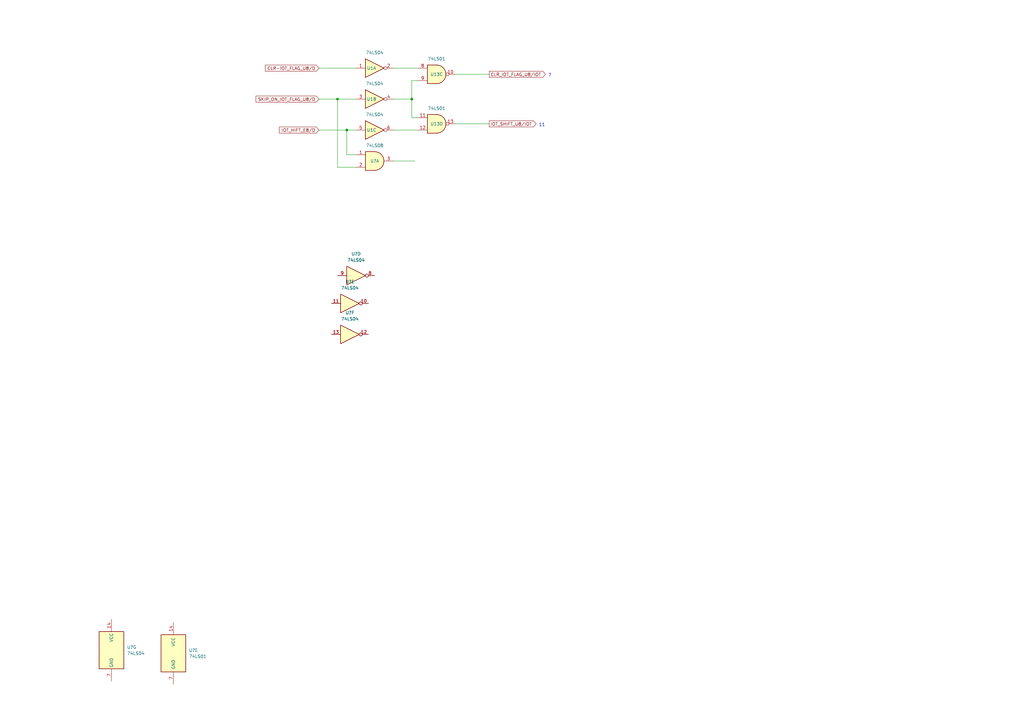
<source format=kicad_sch>
(kicad_sch (version 20211123) (generator eeschema)
  (paper "A3")
  (title_block (title "EDUC8ME _Buffer") (date "2022-10-02") (rev "1") (company "Small World Communications"))
  (lib_symbols
    (symbol "74xx:74LS01" (pin_names (offset 1.016))
      (property "Reference" "U" (at 0 1.27 0))
      (property "Value" "74LS01" (at 0 -1.27 0))
      (symbol "74LS01_1_1"
        (arc (start 0 -3.81) (mid 3.81 0) (end 0 3.81) (stroke (width 0.254)) (fill (type background)))
        (polyline (pts (xy 0 3.81) (xy -3.81 3.81) (xy -3.81 -3.81) (xy 0 -3.81)) (stroke (width 0.254)) (fill (type background)))
        (pin open_collector inverted (at 7.62 0 180) (length 3.81) (name "~") (number "1"))
        (pin input line (at -7.62 2.54 0) (length 3.81) (name "~") (number "2"))
        (pin input line (at -7.62 -2.54 0) (length 3.81) (name "~") (number "3"))
      )
      (symbol "74LS01_1_2"
        (arc (start -3.81 -3.81) (mid -2.589 0) (end -3.81 3.81) (stroke (width 0.254)))
        (arc (start -0.6096 -3.81) (mid 2.1842 -2.5851) (end 3.81 0) (stroke (width 0.254)) (fill (type background)))
        (polyline (pts (xy -3.81 -3.81) (xy -0.635 -3.81)) (stroke (width 0.254)) (fill (type background)))
        (polyline (pts (xy -3.81 3.81) (xy -0.635 3.81)) (stroke (width 0.254)) (fill (type background)))
        (polyline (pts (xy -0.635 3.81) (xy -3.81 3.81) (xy -3.81 3.81) (xy -3.556 3.4036) (xy -3.0226 2.2606) (xy -2.6924 1.0414) (xy -2.6162 -0.254) (xy -2.7686 -1.4986) (xy -3.175 -2.7178) (xy -3.81 -3.81) (xy -3.81 -3.81) (xy -0.635 -3.81)) (stroke (width -25.4)) (fill (type background)))
        (arc (start 3.81 0) (mid 2.1915 2.5936) (end -0.6096 3.81) (stroke (width 0.254)) (fill (type background)))
        (pin open_collector line (at 7.62 0 180) (length 3.81) (name "~") (number "1"))
        (pin input inverted (at -7.62 2.54 0) (length 4.318) (name "~") (number "2"))
        (pin input inverted (at -7.62 -2.54 0) (length 4.318) (name "~") (number "3"))
      )
      (symbol "74LS01_2_1"
        (arc (start 0 -3.81) (mid 3.81 0) (end 0 3.81) (stroke (width 0.254)) (fill (type background)))
        (polyline (pts (xy 0 3.81) (xy -3.81 3.81) (xy -3.81 -3.81) (xy 0 -3.81)) (stroke (width 0.254)) (fill (type background)))
        (pin open_collector inverted (at 7.62 0 180) (length 3.81) (name "~") (number "4"))
        (pin input line (at -7.62 2.54 0) (length 3.81) (name "~") (number "5"))
        (pin input line (at -7.62 -2.54 0) (length 3.81) (name "~") (number "6"))
      )
      (symbol "74LS01_2_2"
        (arc (start -3.81 -3.81) (mid -2.589 0) (end -3.81 3.81) (stroke (width 0.254)))
        (arc (start -0.6096 -3.81) (mid 2.1842 -2.5851) (end 3.81 0) (stroke (width 0.254)) (fill (type background)))
        (polyline (pts (xy -3.81 -3.81) (xy -0.635 -3.81)) (stroke (width 0.254)) (fill (type background)))
        (polyline (pts (xy -3.81 3.81) (xy -0.635 3.81)) (stroke (width 0.254)) (fill (type background)))
        (polyline (pts (xy -0.635 3.81) (xy -3.81 3.81) (xy -3.81 3.81) (xy -3.556 3.4036) (xy -3.0226 2.2606) (xy -2.6924 1.0414) (xy -2.6162 -0.254) (xy -2.7686 -1.4986) (xy -3.175 -2.7178) (xy -3.81 -3.81) (xy -3.81 -3.81) (xy -0.635 -3.81)) (stroke (width -25.4)) (fill (type background)))
        (arc (start 3.81 0) (mid 2.1915 2.5936) (end -0.6096 3.81) (stroke (width 0.254)) (fill (type background)))
        (pin open_collector line (at 7.62 0 180) (length 3.81) (name "~") (number "4"))
        (pin input inverted (at -7.62 2.54 0) (length 4.318) (name "~") (number "5"))
        (pin input inverted (at -7.62 -2.54 0) (length 4.318) (name "~") (number "6"))
      )
      (symbol "74LS01_3_1"
        (arc (start 0 -3.81) (mid 3.81 0) (end 0 3.81) (stroke (width 0.254)) (fill (type background)))
        (polyline (pts (xy 0 3.81) (xy -3.81 3.81) (xy -3.81 -3.81) (xy 0 -3.81)) (stroke (width 0.254)) (fill (type background)))
        (pin open_collector inverted (at 7.62 0 180) (length 3.81) (name "~") (number "10"))
        (pin input line (at -7.62 2.54 0) (length 3.81) (name "~") (number "8"))
        (pin input line (at -7.62 -2.54 0) (length 3.81) (name "~") (number "9"))
      )
      (symbol "74LS01_3_2"
        (arc (start -3.81 -3.81) (mid -2.589 0) (end -3.81 3.81) (stroke (width 0.254)))
        (arc (start -0.6096 -3.81) (mid 2.1842 -2.5851) (end 3.81 0) (stroke (width 0.254)) (fill (type background)))
        (polyline (pts (xy -3.81 -3.81) (xy -0.635 -3.81)) (stroke (width 0.254)) (fill (type background)))
        (polyline (pts (xy -3.81 3.81) (xy -0.635 3.81)) (stroke (width 0.254)) (fill (type background)))
        (polyline (pts (xy -0.635 3.81) (xy -3.81 3.81) (xy -3.81 3.81) (xy -3.556 3.4036) (xy -3.0226 2.2606) (xy -2.6924 1.0414) (xy -2.6162 -0.254) (xy -2.7686 -1.4986) (xy -3.175 -2.7178) (xy -3.81 -3.81) (xy -3.81 -3.81) (xy -0.635 -3.81)) (stroke (width -25.4)) (fill (type background)))
        (arc (start 3.81 0) (mid 2.1915 2.5936) (end -0.6096 3.81) (stroke (width 0.254)) (fill (type background)))
        (pin open_collector line (at 7.62 0 180) (length 3.81) (name "~") (number "10"))
        (pin input inverted (at -7.62 2.54 0) (length 4.318) (name "~") (number "8"))
        (pin input inverted (at -7.62 -2.54 0) (length 4.318) (name "~") (number "9"))
      )
      (symbol "74LS01_4_1"
        (arc (start 0 -3.81) (mid 3.81 0) (end 0 3.81) (stroke (width 0.254)) (fill (type background)))
        (polyline (pts (xy 0 3.81) (xy -3.81 3.81) (xy -3.81 -3.81) (xy 0 -3.81)) (stroke (width 0.254)) (fill (type background)))
        (pin input line (at -7.62 2.54 0) (length 3.81) (name "~") (number "11"))
        (pin input line (at -7.62 -2.54 0) (length 3.81) (name "~") (number "12"))
        (pin open_collector inverted (at 7.62 0 180) (length 3.81) (name "~") (number "13"))
      )
      (symbol "74LS01_4_2"
        (arc (start -3.81 -3.81) (mid -2.589 0) (end -3.81 3.81) (stroke (width 0.254)))
        (arc (start -0.6096 -3.81) (mid 2.1842 -2.5851) (end 3.81 0) (stroke (width 0.254)) (fill (type background)))
        (polyline (pts (xy -3.81 -3.81) (xy -0.635 -3.81)) (stroke (width 0.254)) (fill (type background)))
        (polyline (pts (xy -3.81 3.81) (xy -0.635 3.81)) (stroke (width 0.254)) (fill (type background)))
        (polyline (pts (xy -0.635 3.81) (xy -3.81 3.81) (xy -3.81 3.81) (xy -3.556 3.4036) (xy -3.0226 2.2606) (xy -2.6924 1.0414) (xy -2.6162 -0.254) (xy -2.7686 -1.4986) (xy -3.175 -2.7178) (xy -3.81 -3.81) (xy -3.81 -3.81) (xy -0.635 -3.81)) (stroke (width -25.4)) (fill (type background)))
        (arc (start 3.81 0) (mid 2.1915 2.5936) (end -0.6096 3.81) (stroke (width 0.254)) (fill (type background)))
        (pin input inverted (at -7.62 2.54 0) (length 4.318) (name "~") (number "11"))
        (pin input inverted (at -7.62 -2.54 0) (length 4.318) (name "~") (number "12"))
        (pin open_collector line (at 7.62 0 180) (length 3.81) (name "~") (number "13"))
      )
      (symbol "74LS01_5_0"
        (pin power_in line (at 0 12.7 270) (length 5.08) (name "VCC") (number "14"))
        (pin power_in line (at 0 -12.7 90) (length 5.08) (name "GND") (number "7"))
      )
      (symbol "74LS01_5_1"
        (rectangle (start -5.08 7.62) (end 5.08 -7.62) (stroke (width 0.254)) (fill (type background)))
      )
    )
    (symbol "74xx:74LS04"
      (property "Reference" "U" (at 0 1.27 0))
      (property "Value" "74LS04" (at 0 -1.27 0))
      (symbol "74LS04_1_0"
        (polyline (pts (xy -3.81 3.81) (xy -3.81 -3.81) (xy 3.81 0) (xy -3.81 3.81)) (stroke (width 0.254)) (fill (type background)))
        (pin input line (at -7.62 0 0) (length 3.81) (name "~") (number "1"))
        (pin output inverted (at 7.62 0 180) (length 3.81) (name "~") (number "2"))
      )
      (symbol "74LS04_2_0"
        (polyline (pts (xy -3.81 3.81) (xy -3.81 -3.81) (xy 3.81 0) (xy -3.81 3.81)) (stroke (width 0.254)) (fill (type background)))
        (pin input line (at -7.62 0 0) (length 3.81) (name "~") (number "3"))
        (pin output inverted (at 7.62 0 180) (length 3.81) (name "~") (number "4"))
      )
      (symbol "74LS04_3_0"
        (polyline (pts (xy -3.81 3.81) (xy -3.81 -3.81) (xy 3.81 0) (xy -3.81 3.81)) (stroke (width 0.254)) (fill (type background)))
        (pin input line (at -7.62 0 0) (length 3.81) (name "~") (number "5"))
        (pin output inverted (at 7.62 0 180) (length 3.81) (name "~") (number "6"))
      )
      (symbol "74LS04_4_0"
        (polyline (pts (xy -3.81 3.81) (xy -3.81 -3.81) (xy 3.81 0) (xy -3.81 3.81)) (stroke (width 0.254)) (fill (type background)))
        (pin output inverted (at 7.62 0 180) (length 3.81) (name "~") (number "8"))
        (pin input line (at -7.62 0 0) (length 3.81) (name "~") (number "9"))
      )
      (symbol "74LS04_5_0"
        (polyline (pts (xy -3.81 3.81) (xy -3.81 -3.81) (xy 3.81 0) (xy -3.81 3.81)) (stroke (width 0.254)) (fill (type background)))
        (pin output inverted (at 7.62 0 180) (length 3.81) (name "~") (number "10"))
        (pin input line (at -7.62 0 0) (length 3.81) (name "~") (number "11"))
      )
      (symbol "74LS04_6_0"
        (polyline (pts (xy -3.81 3.81) (xy -3.81 -3.81) (xy 3.81 0) (xy -3.81 3.81)) (stroke (width 0.254)) (fill (type background)))
        (pin output inverted (at 7.62 0 180) (length 3.81) (name "~") (number "12"))
        (pin input line (at -7.62 0 0) (length 3.81) (name "~") (number "13"))
      )
      (symbol "74LS04_7_0"
        (pin power_in line (at 0 12.7 270) (length 5.08) (name "VCC") (number "14"))
        (pin power_in line (at 0 -12.7 90) (length 5.08) (name "GND") (number "7"))
      )
      (symbol "74LS04_7_1"
        (rectangle (start -5.08 7.62) (end 5.08 -7.62) (stroke (width 0.254)) (fill (type background)))
      )
    )
    (symbol "74xx:74LS08" (pin_names (offset 1.016))
      (property "Reference" "U" (at 0 1.27 0))
      (property "Value" "74LS08" (at 0 -1.27 0))
      (symbol "74LS08_1_1"
        (arc (start 0 -3.81) (mid 3.81 0) (end 0 3.81) (stroke (width 0.254)) (fill (type background)))
        (polyline (pts (xy 0 3.81) (xy -3.81 3.81) (xy -3.81 -3.81) (xy 0 -3.81)) (stroke (width 0.254)) (fill (type background)))
        (pin input line (at -7.62 2.54 0) (length 3.81) (name "~") (number "1"))
        (pin input line (at -7.62 -2.54 0) (length 3.81) (name "~") (number "2"))
        (pin output line (at 7.62 0 180) (length 3.81) (name "~") (number "3"))
      )
      (symbol "74LS08_1_2"
        (arc (start -3.81 -3.81) (mid -2.589 0) (end -3.81 3.81) (stroke (width 0.254)))
        (arc (start -0.6096 -3.81) (mid 2.1842 -2.5851) (end 3.81 0) (stroke (width 0.254)) (fill (type background)))
        (polyline (pts (xy -3.81 -3.81) (xy -0.635 -3.81)) (stroke (width 0.254)) (fill (type background)))
        (polyline (pts (xy -3.81 3.81) (xy -0.635 3.81)) (stroke (width 0.254)) (fill (type background)))
        (polyline (pts (xy -0.635 3.81) (xy -3.81 3.81) (xy -3.81 3.81) (xy -3.556 3.4036) (xy -3.0226 2.2606) (xy -2.6924 1.0414) (xy -2.6162 -0.254) (xy -2.7686 -1.4986) (xy -3.175 -2.7178) (xy -3.81 -3.81) (xy -3.81 -3.81) (xy -0.635 -3.81)) (stroke (width -25.4)) (fill (type background)))
        (arc (start 3.81 0) (mid 2.1915 2.5936) (end -0.6096 3.81) (stroke (width 0.254)) (fill (type background)))
        (pin input inverted (at -7.62 2.54 0) (length 4.318) (name "~") (number "1"))
        (pin input inverted (at -7.62 -2.54 0) (length 4.318) (name "~") (number "2"))
        (pin output inverted (at 7.62 0 180) (length 3.81) (name "~") (number "3"))
      )
      (symbol "74LS08_2_1"
        (arc (start 0 -3.81) (mid 3.81 0) (end 0 3.81) (stroke (width 0.254)) (fill (type background)))
        (polyline (pts (xy 0 3.81) (xy -3.81 3.81) (xy -3.81 -3.81) (xy 0 -3.81)) (stroke (width 0.254)) (fill (type background)))
        (pin input line (at -7.62 2.54 0) (length 3.81) (name "~") (number "4"))
        (pin input line (at -7.62 -2.54 0) (length 3.81) (name "~") (number "5"))
        (pin output line (at 7.62 0 180) (length 3.81) (name "~") (number "6"))
      )
      (symbol "74LS08_2_2"
        (arc (start -3.81 -3.81) (mid -2.589 0) (end -3.81 3.81) (stroke (width 0.254)))
        (arc (start -0.6096 -3.81) (mid 2.1842 -2.5851) (end 3.81 0) (stroke (width 0.254)) (fill (type background)))
        (polyline (pts (xy -3.81 -3.81) (xy -0.635 -3.81)) (stroke (width 0.254)) (fill (type background)))
        (polyline (pts (xy -3.81 3.81) (xy -0.635 3.81)) (stroke (width 0.254)) (fill (type background)))
        (polyline (pts (xy -0.635 3.81) (xy -3.81 3.81) (xy -3.81 3.81) (xy -3.556 3.4036) (xy -3.0226 2.2606) (xy -2.6924 1.0414) (xy -2.6162 -0.254) (xy -2.7686 -1.4986) (xy -3.175 -2.7178) (xy -3.81 -3.81) (xy -3.81 -3.81) (xy -0.635 -3.81)) (stroke (width -25.4)) (fill (type background)))
        (arc (start 3.81 0) (mid 2.1915 2.5936) (end -0.6096 3.81) (stroke (width 0.254)) (fill (type background)))
        (pin input inverted (at -7.62 2.54 0) (length 4.318) (name "~") (number "4"))
        (pin input inverted (at -7.62 -2.54 0) (length 4.318) (name "~") (number "5"))
        (pin output inverted (at 7.62 0 180) (length 3.81) (name "~") (number "6"))
      )
      (symbol "74LS08_3_1"
        (arc (start 0 -3.81) (mid 3.81 0) (end 0 3.81) (stroke (width 0.254)) (fill (type background)))
        (polyline (pts (xy 0 3.81) (xy -3.81 3.81) (xy -3.81 -3.81) (xy 0 -3.81)) (stroke (width 0.254)) (fill (type background)))
        (pin input line (at -7.62 -2.54 0) (length 3.81) (name "~") (number "10"))
        (pin output line (at 7.62 0 180) (length 3.81) (name "~") (number "8"))
        (pin input line (at -7.62 2.54 0) (length 3.81) (name "~") (number "9"))
      )
      (symbol "74LS08_3_2"
        (arc (start -3.81 -3.81) (mid -2.589 0) (end -3.81 3.81) (stroke (width 0.254)))
        (arc (start -0.6096 -3.81) (mid 2.1842 -2.5851) (end 3.81 0) (stroke (width 0.254)) (fill (type background)))
        (polyline (pts (xy -3.81 -3.81) (xy -0.635 -3.81)) (stroke (width 0.254)) (fill (type background)))
        (polyline (pts (xy -3.81 3.81) (xy -0.635 3.81)) (stroke (width 0.254)) (fill (type background)))
        (polyline (pts (xy -0.635 3.81) (xy -3.81 3.81) (xy -3.81 3.81) (xy -3.556 3.4036) (xy -3.0226 2.2606) (xy -2.6924 1.0414) (xy -2.6162 -0.254) (xy -2.7686 -1.4986) (xy -3.175 -2.7178) (xy -3.81 -3.81) (xy -3.81 -3.81) (xy -0.635 -3.81)) (stroke (width -25.4)) (fill (type background)))
        (arc (start 3.81 0) (mid 2.1915 2.5936) (end -0.6096 3.81) (stroke (width 0.254)) (fill (type background)))
        (pin input inverted (at -7.62 -2.54 0) (length 4.318) (name "~") (number "10"))
        (pin output inverted (at 7.62 0 180) (length 3.81) (name "~") (number "8"))
        (pin input inverted (at -7.62 2.54 0) (length 4.318) (name "~") (number "9"))
      )
      (symbol "74LS08_4_1"
        (arc (start 0 -3.81) (mid 3.81 0) (end 0 3.81) (stroke (width 0.254)) (fill (type background)))
        (polyline (pts (xy 0 3.81) (xy -3.81 3.81) (xy -3.81 -3.81) (xy 0 -3.81)) (stroke (width 0.254)) (fill (type background)))
        (pin output line (at 7.62 0 180) (length 3.81) (name "~") (number "11"))
        (pin input line (at -7.62 2.54 0) (length 3.81) (name "~") (number "12"))
        (pin input line (at -7.62 -2.54 0) (length 3.81) (name "~") (number "13"))
      )
      (symbol "74LS08_4_2"
        (arc (start -3.81 -3.81) (mid -2.589 0) (end -3.81 3.81) (stroke (width 0.254)))
        (arc (start -0.6096 -3.81) (mid 2.1842 -2.5851) (end 3.81 0) (stroke (width 0.254)) (fill (type background)))
        (polyline (pts (xy -3.81 -3.81) (xy -0.635 -3.81)) (stroke (width 0.254)) (fill (type background)))
        (polyline (pts (xy -3.81 3.81) (xy -0.635 3.81)) (stroke (width 0.254)) (fill (type background)))
        (polyline (pts (xy -0.635 3.81) (xy -3.81 3.81) (xy -3.81 3.81) (xy -3.556 3.4036) (xy -3.0226 2.2606) (xy -2.6924 1.0414) (xy -2.6162 -0.254) (xy -2.7686 -1.4986) (xy -3.175 -2.7178) (xy -3.81 -3.81) (xy -3.81 -3.81) (xy -0.635 -3.81)) (stroke (width -25.4)) (fill (type background)))
        (arc (start 3.81 0) (mid 2.1915 2.5936) (end -0.6096 3.81) (stroke (width 0.254)) (fill (type background)))
        (pin output inverted (at 7.62 0 180) (length 3.81) (name "~") (number "11"))
        (pin input inverted (at -7.62 2.54 0) (length 4.318) (name "~") (number "12"))
        (pin input inverted (at -7.62 -2.54 0) (length 4.318) (name "~") (number "13"))
      )
      (symbol "74LS08_5_0"
        (pin power_in line (at 0 12.7 270) (length 5.08) (name "VCC") (number "14"))
        (pin power_in line (at 0 -12.7 90) (length 5.08) (name "GND") (number "7"))
      )
      (symbol "74LS08_5_1"
        (rectangle (start -5.08 7.62) (end 5.08 -7.62) (stroke (width 0.254)) (fill (type background)))
      )
    )
  )
  (junction (at 142.24 53.34))
  (junction (at 138.43 40.64))
  (junction (at 168.91 40.64))
  (wire (pts (xy 168.91 48.26) (xy 171.45 48.26)))
  (wire (pts (xy 161.29 40.64) (xy 168.91 40.64)))
  (wire (pts (xy 138.43 68.58) (xy 138.43 40.64)))
  (wire (pts (xy 142.24 53.34) (xy 142.24 63.5)))
  (wire (pts (xy 130.81 27.94) (xy 146.05 27.94)))
  (wire (pts (xy 161.29 66.04) (xy 170.18 66.04)))
  (wire (pts (xy 186.69 50.8) (xy 200.66 50.8)))
  (wire (pts (xy 168.91 33.02) (xy 168.91 40.64)))
  (wire (pts (xy 146.05 68.58) (xy 138.43 68.58)))
  (wire (pts (xy 138.43 40.64) (xy 146.05 40.64)))
  (wire (pts (xy 171.45 33.02) (xy 168.91 33.02)))
  (wire (pts (xy 130.81 53.34) (xy 142.24 53.34)))
  (wire (pts (xy 161.29 53.34) (xy 171.45 53.34)))
  (wire (pts (xy 130.81 40.64) (xy 138.43 40.64)))
  (wire (pts (xy 142.24 63.5) (xy 146.05 63.5)))
  (wire (pts (xy 186.69 30.48) (xy 200.66 30.48)))
  (wire (pts (xy 168.91 40.64) (xy 168.91 48.26)))
  (wire (pts (xy 161.29 27.94) (xy 171.45 27.94)))
  (wire (pts (xy 146.05 53.34) (xy 142.24 53.34)))
  (text "11" (at 220.98 52.07 0) (effects (font (size 1.27 1.27)) (justify left bottom)))
  (text "7" (at 224.79 31.75 0) (effects (font (size 1.27 1.27)) (justify left bottom)))
  (global_label "IOT_SHIFT_U8{slash}IOT" (shape output) (at 200.66 50.8 0) (property "Intersheet References" "${INTERSHEET_REFS}" (effects hide)))
  (global_label "CLR-IOT_FLAG_U8{slash}D" (shape input) (at 130.81 27.94 180) (property "Intersheet References" "${INTERSHEET_REFS}" (effects hide)))
  (global_label "IOT_HIFT_E8{slash}D" (shape input) (at 130.81 53.34 180) (property "Intersheet References" "${INTERSHEET_REFS}" (effects hide)))
  (global_label "SKIP_ON_IOT_FLAG_U8{slash}D" (shape input) (at 130.81 40.64 180) (property "Intersheet References" "${INTERSHEET_REFS}" (effects hide)))
  (global_label "CLR_IOT_FLAG_U8{slash}IOT" (shape output) (at 200.66 30.48 0) (property "Intersheet References" "${INTERSHEET_REFS}" (effects hide)))
  (symbol (lib_id "74xx:74LS04") (at 153.67 27.94 0) (unit 1)
    (property "Reference" "U1" (at 152.4 27.94 0))
    (property "Value" "74LS04" (at 153.67 21.59 0))
    (property "Datasheet" "http://www.ti.com/lit/gpn/sn74LS04" (effects hide))
  )
  (symbol (lib_id "74xx:74LS01") (at 179.07 30.48 0) (unit 3)
    (property "Reference" "U13" (at 179.07 30.48 0))
    (property "Value" "74LS01" (at 179.07 24.13 0))
    (property "Datasheet" "http://www.nteinc.com/specs/7400to7499/pdf/nte74LS01.pdf" (effects hide))
  )
  (symbol (lib_id "74xx:74LS04") (at 45.72 266.7 0) (unit 7)
    (property "Reference" "U?" (at 52.07 265.4299 0) (effects (justify left)))
    (property "Value" "74LS04" (at 52.07 267.9699 0) (effects (justify left)))
    (property "Datasheet" "http://www.ti.com/lit/gpn/sn74LS04" (effects hide))
  )
  (symbol (lib_id "74xx:74LS04") (at 143.51 137.16 0) (unit 6)
    (property "Reference" "U?" (at 143.51 128.27 0))
    (property "Value" "74LS04" (at 143.51 130.81 0))
    (property "Datasheet" "http://www.ti.com/lit/gpn/sn74LS04" (effects hide))
  )
  (symbol (lib_id "74xx:74LS01") (at 179.07 50.8 0) (unit 4)
    (property "Reference" "U13" (at 179.07 50.8 0))
    (property "Value" "74LS01" (at 179.07 44.45 0))
    (property "Datasheet" "http://www.nteinc.com/specs/7400to7499/pdf/nte74LS01.pdf" (effects hide))
  )
  (symbol (lib_id "74xx:74LS04") (at 153.67 40.64 0) (unit 2)
    (property "Reference" "U1" (at 152.4 40.64 0))
    (property "Value" "74LS04" (at 153.67 34.29 0))
    (property "Datasheet" "http://www.ti.com/lit/gpn/sn74LS04" (effects hide))
  )
  (symbol (lib_id "74xx:74LS04") (at 146.05 113.03 0) (unit 4)
    (property "Reference" "U?" (at 146.05 104.14 0))
    (property "Value" "74LS04" (at 146.05 106.68 0))
    (property "Datasheet" "http://www.ti.com/lit/gpn/sn74LS04" (effects hide))
  )
  (symbol (lib_id "74xx:74LS08") (at 153.67 66.04 0) (unit 1)
    (property "Reference" "U?" (at 153.67 66.04 0))
    (property "Value" "74LS08" (at 153.67 59.69 0))
    (property "Datasheet" "http://www.ti.com/lit/gpn/sn74LS08" (effects hide))
  )
  (symbol (lib_id "74xx:74LS04") (at 153.67 53.34 0) (unit 3)
    (property "Reference" "U1" (at 152.4 53.34 0))
    (property "Value" "74LS04" (at 153.67 46.99 0))
    (property "Datasheet" "http://www.ti.com/lit/gpn/sn74LS04" (effects hide))
  )
  (symbol (lib_id "74xx:74LS04") (at 143.51 124.46 0) (unit 5)
    (property "Reference" "U?" (at 143.51 115.57 0))
    (property "Value" "74LS04" (at 143.51 118.11 0))
    (property "Datasheet" "http://www.ti.com/lit/gpn/sn74LS04" (effects hide))
  )
  (symbol (lib_id "74xx:74LS01") (at 71.12 267.97 0) (unit 5)
    (property "Reference" "U?" (at 77.47 266.6999 0) (effects (justify left)))
    (property "Value" "74LS01" (at 77.47 269.2399 0) (effects (justify left)))
    (property "Datasheet" "http://www.nteinc.com/specs/7400to7499/pdf/nte74LS01.pdf" (effects hide))
  )
)
</source>
